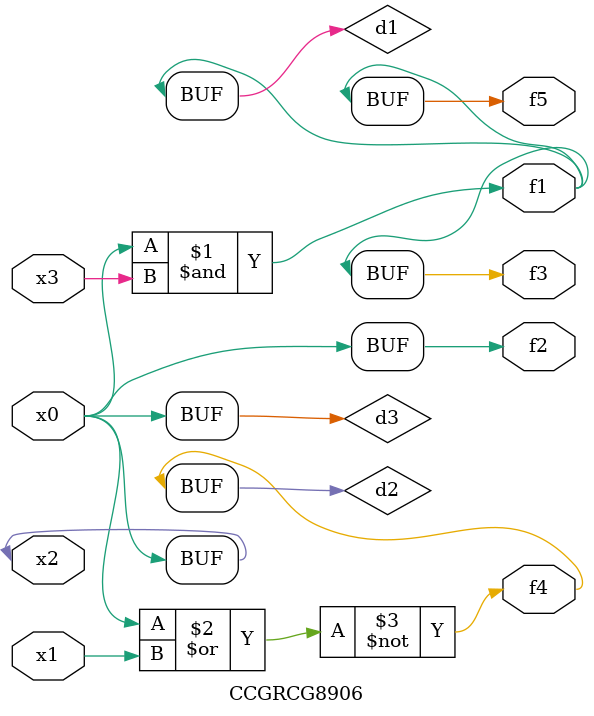
<source format=v>
module CCGRCG8906(
	input x0, x1, x2, x3,
	output f1, f2, f3, f4, f5
);

	wire d1, d2, d3;

	and (d1, x2, x3);
	nor (d2, x0, x1);
	buf (d3, x0, x2);
	assign f1 = d1;
	assign f2 = d3;
	assign f3 = d1;
	assign f4 = d2;
	assign f5 = d1;
endmodule

</source>
